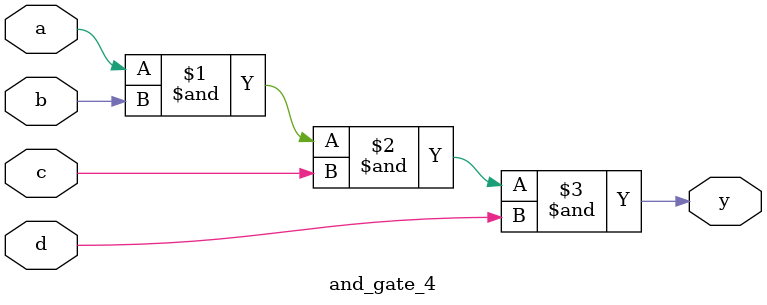
<source format=sv>
module and_gate_4 (
    input wire a,  // Input A
    input wire b,  // Input B
    input wire c,  // Input C
    input wire d,  // Input D
    output wire y  // Output Y
);
    assign y = a & b & c & d;  // AND operation
endmodule

</source>
